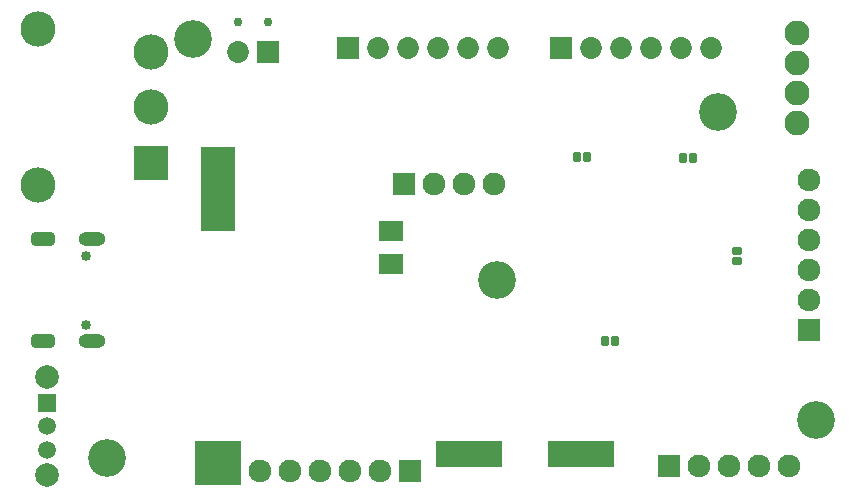
<source format=gbs>
%FSLAX24Y24*%
%MOIN*%
%SFA1B1*%

%IPPOS*%
%AMD71*
4,1,8,0.025600,0.023700,-0.025600,0.023700,-0.039400,0.009800,-0.039400,-0.009800,-0.025600,-0.023700,0.025600,-0.023700,0.039400,-0.009800,0.039400,0.009800,0.025600,0.023700,0.0*
1,1,0.027685,0.025600,0.009800*
1,1,0.027685,-0.025600,0.009800*
1,1,0.027685,-0.025600,-0.009800*
1,1,0.027685,0.025600,-0.009800*
%
%AMD107*
4,1,8,0.006900,0.014600,-0.006900,0.014600,-0.016500,0.005000,-0.016500,-0.005000,-0.006900,-0.014600,0.006900,-0.014600,0.016500,-0.005000,0.016500,0.005000,0.006900,0.014600,0.0*
1,1,0.019268,0.006900,0.005000*
1,1,0.019268,-0.006900,0.005000*
1,1,0.019268,-0.006900,-0.005000*
1,1,0.019268,0.006900,-0.005000*
%
%AMD108*
4,1,8,0.014600,-0.006900,0.014600,0.006900,0.005000,0.016500,-0.005000,0.016500,-0.014600,0.006900,-0.014600,-0.006900,-0.005000,-0.016500,0.005000,-0.016500,0.014600,-0.006900,0.0*
1,1,0.019268,0.005000,-0.006900*
1,1,0.019268,0.005000,0.006900*
1,1,0.019268,-0.005000,0.006900*
1,1,0.019268,-0.005000,-0.006900*
%
%ADD56R,0.078866X0.070992*%
%ADD62C,0.126110*%
%ADD63C,0.075913*%
%ADD64R,0.075913X0.075913*%
%ADD65C,0.117252*%
%ADD66R,0.117252X0.117252*%
%ADD67C,0.078866*%
%ADD68C,0.059181*%
%ADD69R,0.059181X0.059181*%
%ADD70C,0.082803*%
G04~CAMADD=71~8~0.0~0.0~788.7~473.7~138.4~0.0~15~0.0~0.0~0.0~0.0~0~0.0~0.0~0.0~0.0~0~0.0~0.0~0.0~0.0~788.7~473.7*
%ADD71D71*%
%ADD72O,0.090677X0.047370*%
%ADD73C,0.033590*%
%ADD74C,0.072960*%
%ADD75R,0.072960X0.072960*%
%ADD76R,0.075913X0.075913*%
%ADD77C,0.029653*%
%ADD106R,0.224535X0.086740*%
G04~CAMADD=107~8~0.0~0.0~330.0~292.6~96.3~0.0~15~0.0~0.0~0.0~0.0~0~0.0~0.0~0.0~0.0~0~0.0~0.0~0.0~0.0~330.0~292.6*
%ADD107D107*%
G04~CAMADD=108~8~0.0~0.0~330.0~292.6~96.3~0.0~15~0.0~0.0~0.0~0.0~0~0.0~0.0~0.0~0.0~0~0.0~0.0~0.0~270.0~293.0~330.0*
%ADD108D108*%
%ADD109R,0.118236X0.283590*%
%ADD110R,0.157606X0.145795*%
%LNpeoplecounter-1*%
%LPD*%
G54D56*
X12460Y7558D03*
Y8661D03*
G54D62*
X15980Y7050D03*
X23350Y12640D03*
X26630Y2360D03*
X5860Y15090D03*
X2990Y1110D03*
G54D63*
X9090Y690D03*
X10090D03*
X11090D03*
X12090D03*
X8090D03*
X15879Y10236D03*
X14879D03*
X13879D03*
X26377Y9374D03*
Y8374D03*
Y7374D03*
Y6374D03*
Y10374D03*
X25740Y840D03*
X24740D03*
X23740D03*
X22740D03*
G54D64*
X13090Y690D03*
X12879Y10236D03*
X21740Y840D03*
G54D65*
X692Y15393D03*
Y10196D03*
X4444Y14645D03*
Y12795D03*
G54D66*
X4444Y10944D03*
G54D67*
X994Y531D03*
Y3799D03*
G54D68*
X994Y1377D03*
Y2165D03*
G54D69*
X994Y2952D03*
G54D70*
X25984Y12279D03*
Y13279D03*
Y14279D03*
Y15279D03*
G54D71*
X845Y8393D03*
Y4992D03*
G54D72*
X2491Y8393D03*
Y4992D03*
G54D73*
X2294Y5555D03*
Y7830D03*
G54D74*
X16023Y14763D03*
X15023D03*
X14023D03*
X13023D03*
X12023D03*
X23110D03*
X22110D03*
X21110D03*
X20110D03*
X19110D03*
X7374Y14657D03*
G54D75*
X11023Y14763D03*
X18110D03*
X8374Y14657D03*
G54D76*
X26377Y5374D03*
G54D77*
X7374Y15657D03*
X8374D03*
G54D106*
X18800Y1240D03*
X15060D03*
G54D107*
X24000Y7670D03*
Y8009D03*
G54D108*
X19590Y5010D03*
X19929D03*
X22529Y11110D03*
X22190D03*
X18650Y11130D03*
X18989D03*
G54D109*
X6692Y10068D03*
G54D110*
X6692Y954D03*
M02*
</source>
